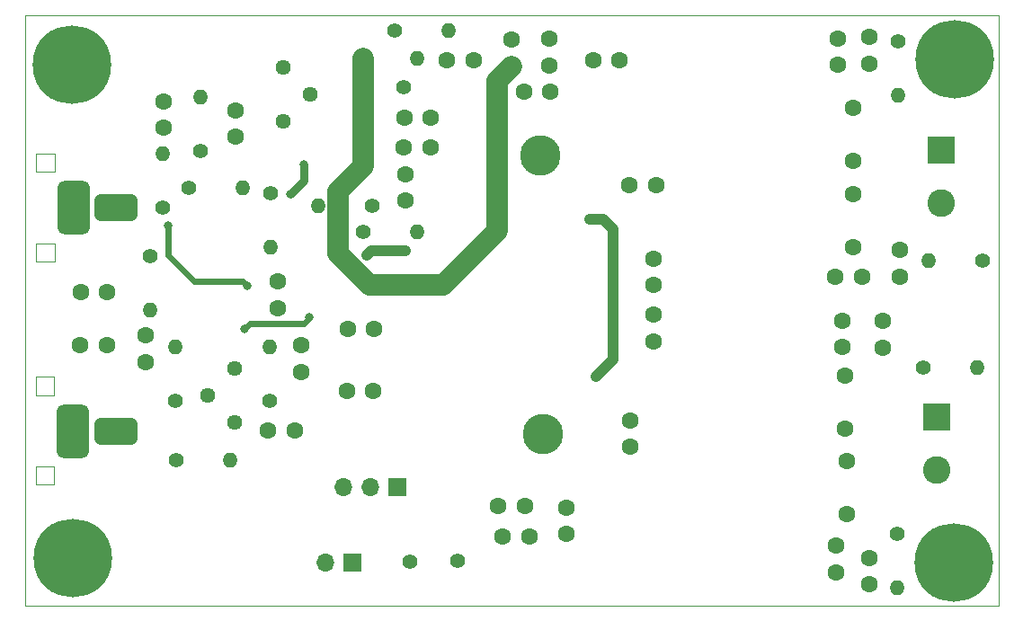
<source format=gbr>
%TF.GenerationSoftware,KiCad,Pcbnew,(6.0.1)*%
%TF.CreationDate,2023-02-22T17:25:16-05:00*%
%TF.ProjectId,TPA3118D2_prototipo_20230210,54504133-3131-4384-9432-5f70726f746f,rev?*%
%TF.SameCoordinates,Original*%
%TF.FileFunction,Copper,L2,Bot*%
%TF.FilePolarity,Positive*%
%FSLAX46Y46*%
G04 Gerber Fmt 4.6, Leading zero omitted, Abs format (unit mm)*
G04 Created by KiCad (PCBNEW (6.0.1)) date 2023-02-22 17:25:16*
%MOMM*%
%LPD*%
G01*
G04 APERTURE LIST*
G04 Aperture macros list*
%AMFreePoly0*
4,1,29,-1.250000,1.500000,-1.238336,1.607368,-1.188573,1.740112,-1.103553,1.853553,-0.990112,1.938573,-0.857368,1.988336,-0.750000,2.000000,0.750000,2.000000,0.857368,1.988336,0.990112,1.938573,1.103553,1.853553,1.188573,1.740112,1.238336,1.607368,1.250000,1.500000,1.250000,-1.500000,1.238336,-1.607368,1.188573,-1.740112,1.103553,-1.853553,0.990112,-1.938573,0.857368,-1.988336,
0.750000,-2.000000,-0.750000,-2.000000,-0.857368,-1.988336,-0.990112,-1.938573,-1.103553,-1.853553,-1.188573,-1.740112,-1.238336,-1.607368,-1.250000,-1.500000,-1.250000,1.500000,-1.250000,1.500000,$1*%
%AMFreePoly1*
4,1,29,-1.500000,1.900000,-1.479555,2.055291,-1.419615,2.200000,-1.324264,2.324264,-1.200000,2.419615,-1.055291,2.479555,-0.900000,2.500000,0.900000,2.500000,1.055291,2.479555,1.200000,2.419615,1.324264,2.324264,1.419615,2.200000,1.479555,2.055291,1.500000,1.900000,1.500000,-1.900000,1.479555,-2.055291,1.419615,-2.200000,1.324264,-2.324264,1.200000,-2.419615,1.055291,-2.479555,
0.900000,-2.500000,-0.900000,-2.500000,-1.055291,-2.479555,-1.200000,-2.419615,-1.324264,-2.324264,-1.419615,-2.200000,-1.479555,-2.055291,-1.500000,-1.900000,-1.500000,1.900000,-1.500000,1.900000,$1*%
G04 Aperture macros list end*
%TA.AperFunction,Profile*%
%ADD10C,0.100000*%
%TD*%
%TA.AperFunction,Profile*%
%ADD11C,0.120000*%
%TD*%
%TA.AperFunction,ComponentPad*%
%ADD12C,7.400000*%
%TD*%
%TA.AperFunction,ComponentPad*%
%ADD13FreePoly0,270.000000*%
%TD*%
%TA.AperFunction,ComponentPad*%
%ADD14FreePoly1,180.000000*%
%TD*%
%TA.AperFunction,ComponentPad*%
%ADD15C,3.800000*%
%TD*%
%TA.AperFunction,ComponentPad*%
%ADD16C,1.600000*%
%TD*%
%TA.AperFunction,ComponentPad*%
%ADD17C,1.400000*%
%TD*%
%TA.AperFunction,ComponentPad*%
%ADD18O,1.400000X1.400000*%
%TD*%
%TA.AperFunction,ComponentPad*%
%ADD19R,2.600000X2.600000*%
%TD*%
%TA.AperFunction,ComponentPad*%
%ADD20C,2.600000*%
%TD*%
%TA.AperFunction,ComponentPad*%
%ADD21C,1.440000*%
%TD*%
%TA.AperFunction,ComponentPad*%
%ADD22R,1.700000X1.700000*%
%TD*%
%TA.AperFunction,ComponentPad*%
%ADD23O,1.700000X1.700000*%
%TD*%
%TA.AperFunction,ViaPad*%
%ADD24C,0.800000*%
%TD*%
%TA.AperFunction,Conductor*%
%ADD25C,0.800000*%
%TD*%
%TA.AperFunction,Conductor*%
%ADD26C,2.000000*%
%TD*%
%TA.AperFunction,Conductor*%
%ADD27C,1.000000*%
%TD*%
%TA.AperFunction,Conductor*%
%ADD28C,0.250000*%
%TD*%
%TA.AperFunction,Conductor*%
%ADD29C,0.600000*%
%TD*%
G04 APERTURE END LIST*
D10*
X99950000Y-76550000D02*
X191650000Y-76550000D01*
X191650000Y-76550000D02*
X191650000Y-132150000D01*
X191650000Y-132150000D02*
X99950000Y-132150000D01*
X99950000Y-132150000D02*
X99950000Y-76550000D01*
D11*
%TO.C,J3*%
X102730000Y-98025000D02*
X101030000Y-98025000D01*
X101030000Y-98025000D02*
X101030000Y-99725000D01*
X101030000Y-99725000D02*
X102730000Y-99725000D01*
X102730000Y-99725000D02*
X102730000Y-98025000D01*
X102730000Y-89575000D02*
X101030000Y-89575000D01*
X101030000Y-89575000D02*
X101030000Y-91275000D01*
X101030000Y-91275000D02*
X102730000Y-91275000D01*
X102730000Y-91275000D02*
X102730000Y-89575000D01*
%TO.C,J6*%
X102700000Y-110600000D02*
X101000000Y-110600000D01*
X101000000Y-110600000D02*
X101000000Y-112300000D01*
X101000000Y-112300000D02*
X102700000Y-112300000D01*
X102700000Y-112300000D02*
X102700000Y-110600000D01*
X102700000Y-119050000D02*
X101000000Y-119050000D01*
X101000000Y-119050000D02*
X101000000Y-120750000D01*
X101000000Y-120750000D02*
X102700000Y-120750000D01*
X102700000Y-120750000D02*
X102700000Y-119050000D01*
%TD*%
D12*
%TO.P,H1,1,1*%
%TO.N,unconnected-(H1-Pad1)*%
X104400000Y-81150000D03*
%TD*%
D13*
%TO.P,J3,1,Pin_1*%
%TO.N,GND*%
X108530000Y-94675000D03*
D14*
%TO.P,J3,2,Pin_2*%
%TO.N,Net-(J3-Pad2)*%
X104530000Y-94675000D03*
%TD*%
D12*
%TO.P,H3,1,1*%
%TO.N,unconnected-(H3-Pad1)*%
X104450000Y-127650000D03*
%TD*%
D15*
%TO.P,HS1,1*%
%TO.N,GND*%
X148450000Y-89750000D03*
%TO.P,HS1,2*%
X148750000Y-115950000D03*
%TD*%
D13*
%TO.P,J6,1,Pin_1*%
%TO.N,GND*%
X108500000Y-115700000D03*
D14*
%TO.P,J6,2,Pin_2*%
%TO.N,Net-(C31-Pad1)*%
X104500000Y-115700000D03*
%TD*%
D12*
%TO.P,H4,1,1*%
%TO.N,unconnected-(H4-Pad1)*%
X187500000Y-80700000D03*
%TD*%
%TO.P,H2,1,1*%
%TO.N,unconnected-(H2-Pad1)*%
X187450000Y-128050000D03*
%TD*%
D16*
%TO.P,C36,1*%
%TO.N,GND*%
X147050000Y-122750000D03*
%TO.P,C36,2*%
%TO.N,VCC*%
X144550000Y-122750000D03*
%TD*%
%TO.P,C1,1*%
%TO.N,GND*%
X146950000Y-83750000D03*
%TO.P,C1,2*%
%TO.N,VCC*%
X149450000Y-83750000D03*
%TD*%
D17*
%TO.P,R8,1*%
%TO.N,Net-(R8-Pad1)*%
X123100000Y-93310000D03*
D18*
%TO.P,R8,2*%
%TO.N,R1*%
X123100000Y-98390000D03*
%TD*%
D17*
%TO.P,J7,1,Pin_1*%
%TO.N,GND*%
X136200000Y-128000000D03*
%TD*%
D16*
%TO.P,C8,1*%
%TO.N,GND*%
X179500000Y-78600000D03*
%TO.P,C8,2*%
%TO.N,Net-(C8-Pad2)*%
X179500000Y-81100000D03*
%TD*%
%TO.P,C23,1*%
%TO.N,L1*%
X130350000Y-106050000D03*
%TO.P,C23,2*%
%TO.N,Net-(C23-Pad2)*%
X132850000Y-106050000D03*
%TD*%
D17*
%TO.P,R16,1*%
%TO.N,Net-(C32-Pad1)*%
X182100000Y-125410000D03*
D18*
%TO.P,R16,2*%
%TO.N,Net-(C30-Pad1)*%
X182100000Y-130490000D03*
%TD*%
D17*
%TO.P,R15,1*%
%TO.N,Net-(R15-Pad1)*%
X123000000Y-112890000D03*
D18*
%TO.P,R15,2*%
%TO.N,L1*%
X123000000Y-107810000D03*
%TD*%
D16*
%TO.P,C28,1*%
%TO.N,Net-(C28-Pad1)*%
X111300000Y-106700000D03*
%TO.P,C28,2*%
%TO.N,GND*%
X111300000Y-109200000D03*
%TD*%
%TO.P,C4,1*%
%TO.N,GND*%
X155950000Y-80750000D03*
%TO.P,C4,2*%
%TO.N,VCC*%
X153450000Y-80750000D03*
%TD*%
%TO.P,C9,1*%
%TO.N,Net-(C9-Pad1)*%
X182360000Y-98650000D03*
%TO.P,C9,2*%
%TO.N,GND*%
X182360000Y-101150000D03*
%TD*%
%TO.P,C29,1*%
%TO.N,Net-(C29-Pad1)*%
X156950000Y-114700000D03*
%TO.P,C29,2*%
%TO.N,Net-(C29-Pad2)*%
X156950000Y-117200000D03*
%TD*%
D17*
%TO.P,J2,1,Pin_1*%
%TO.N,Net-(J2-Pad1)*%
X135580000Y-83260000D03*
%TD*%
%TO.P,R14,1*%
%TO.N,Net-(C28-Pad1)*%
X114220000Y-118400000D03*
D18*
%TO.P,R14,2*%
%TO.N,GND*%
X119300000Y-118400000D03*
%TD*%
D16*
%TO.P,C15,1*%
%TO.N,GND*%
X135650000Y-88950000D03*
%TO.P,C15,2*%
%TO.N,Net-(C15-Pad2)*%
X138150000Y-88950000D03*
%TD*%
D17*
%TO.P,R5,1*%
%TO.N,Net-(C12-Pad1)*%
X115400000Y-92750000D03*
D18*
%TO.P,R5,2*%
%TO.N,Net-(C18-Pad2)*%
X120480000Y-92750000D03*
%TD*%
D19*
%TO.P,LS2,1,1*%
%TO.N,Net-(C24-Pad2)*%
X185855000Y-114350000D03*
D20*
%TO.P,LS2,2,2*%
%TO.N,Net-(C32-Pad1)*%
X185855000Y-119350000D03*
%TD*%
D17*
%TO.P,R4,1*%
%TO.N,+9V*%
X112950000Y-94640000D03*
D18*
%TO.P,R4,2*%
%TO.N,Net-(C12-Pad1)*%
X112950000Y-89560000D03*
%TD*%
D17*
%TO.P,R10,1*%
%TO.N,GND*%
X131810000Y-96950000D03*
D18*
%TO.P,R10,2*%
%TO.N,Net-(R10-Pad2)*%
X136890000Y-96950000D03*
%TD*%
D16*
%TO.P,C21,1*%
%TO.N,GND*%
X119800000Y-88000000D03*
%TO.P,C21,2*%
%TO.N,Net-(RV1-Pad2)*%
X119800000Y-85500000D03*
%TD*%
%TO.P,C5,1*%
%TO.N,VCC*%
X145750000Y-81350000D03*
%TO.P,C5,2*%
%TO.N,GND*%
X145750000Y-78850000D03*
%TD*%
%TO.P,C33,1*%
%TO.N,Net-(C32-Pad1)*%
X176350000Y-126500000D03*
%TO.P,C33,2*%
%TO.N,GND*%
X176350000Y-129000000D03*
%TD*%
%TO.P,C22,1*%
%TO.N,Net-(C22-Pad1)*%
X159150000Y-104750000D03*
%TO.P,C22,2*%
%TO.N,Net-(C22-Pad2)*%
X159150000Y-107250000D03*
%TD*%
%TO.P,C24,1*%
%TO.N,GND*%
X177150000Y-115450000D03*
%TO.P,C24,2*%
%TO.N,Net-(C24-Pad2)*%
X177150000Y-110450000D03*
%TD*%
%TO.P,C12,1*%
%TO.N,Net-(C12-Pad1)*%
X113050000Y-87150000D03*
%TO.P,C12,2*%
%TO.N,GND*%
X113050000Y-84650000D03*
%TD*%
D17*
%TO.P,R13,1*%
%TO.N,Net-(C28-Pad1)*%
X114100000Y-112840000D03*
D18*
%TO.P,R13,2*%
%TO.N,Net-(C31-Pad2)*%
X114100000Y-107760000D03*
%TD*%
D17*
%TO.P,R12,1*%
%TO.N,Net-(C27-Pad2)*%
X184550000Y-109750000D03*
D18*
%TO.P,R12,2*%
%TO.N,Net-(C24-Pad2)*%
X189630000Y-109750000D03*
%TD*%
D17*
%TO.P,R6,1*%
%TO.N,Net-(C13-Pad1)*%
X190150000Y-99680000D03*
D18*
%TO.P,R6,2*%
%TO.N,Net-(C9-Pad1)*%
X185070000Y-99680000D03*
%TD*%
D21*
%TO.P,RV1,1,1*%
%TO.N,Net-(R8-Pad1)*%
X124300000Y-86500000D03*
%TO.P,RV1,2,2*%
%TO.N,Net-(RV1-Pad2)*%
X126840000Y-83960000D03*
%TO.P,RV1,3,3*%
X124300000Y-81420000D03*
%TD*%
D16*
%TO.P,C13,1*%
%TO.N,Net-(C13-Pad1)*%
X177950000Y-98350000D03*
%TO.P,C13,2*%
%TO.N,GND*%
X177950000Y-93350000D03*
%TD*%
%TO.P,C34,1*%
%TO.N,unconnected-(C34-Pad1)*%
X125350000Y-115650000D03*
%TO.P,C34,2*%
%TO.N,Net-(C34-Pad2)*%
X122850000Y-115650000D03*
%TD*%
D17*
%TO.P,R3,1*%
%TO.N,VCC*%
X131810000Y-80550000D03*
D18*
%TO.P,R3,2*%
%TO.N,Net-(J2-Pad1)*%
X136890000Y-80550000D03*
%TD*%
D16*
%TO.P,C20,1*%
%TO.N,GND*%
X135750000Y-94000000D03*
%TO.P,C20,2*%
%TO.N,Net-(C20-Pad2)*%
X135750000Y-91500000D03*
%TD*%
D17*
%TO.P,R2,1*%
%TO.N,Net-(C8-Pad2)*%
X182150000Y-79010000D03*
D18*
%TO.P,R2,2*%
%TO.N,Net-(C6-Pad2)*%
X182150000Y-84090000D03*
%TD*%
D17*
%TO.P,R7,1*%
%TO.N,Net-(C12-Pad1)*%
X116500000Y-89340000D03*
D18*
%TO.P,R7,2*%
%TO.N,GND*%
X116500000Y-84260000D03*
%TD*%
D22*
%TO.P,J5,1,Pin_1*%
%TO.N,Net-(J5-Pad1)*%
X130800000Y-128100000D03*
D23*
%TO.P,J5,2,Pin_2*%
%TO.N,Net-(J5-Pad2)*%
X128260000Y-128100000D03*
%TD*%
D17*
%TO.P,R1,1*%
%TO.N,VCC*%
X134810000Y-77950000D03*
D18*
%TO.P,R1,2*%
%TO.N,Net-(C2-Pad1)*%
X139890000Y-77950000D03*
%TD*%
D16*
%TO.P,C18,1*%
%TO.N,Net-(J3-Pad2)*%
X105200000Y-102600000D03*
%TO.P,C18,2*%
%TO.N,Net-(C18-Pad2)*%
X107700000Y-102600000D03*
%TD*%
%TO.P,C26,1*%
%TO.N,GND*%
X130250000Y-111950000D03*
%TO.P,C26,2*%
%TO.N,Net-(C26-Pad2)*%
X132750000Y-111950000D03*
%TD*%
%TO.P,C17,1*%
%TO.N,+9V*%
X123800000Y-104100000D03*
%TO.P,C17,2*%
%TO.N,GND*%
X123800000Y-101600000D03*
%TD*%
%TO.P,C31,1*%
%TO.N,Net-(C31-Pad1)*%
X105150000Y-107600000D03*
%TO.P,C31,2*%
%TO.N,Net-(C31-Pad2)*%
X107650000Y-107600000D03*
%TD*%
%TO.P,C37,1*%
%TO.N,VCC*%
X144950000Y-125600000D03*
%TO.P,C37,2*%
%TO.N,GND*%
X147450000Y-125600000D03*
%TD*%
%TO.P,C19,1*%
%TO.N,Net-(C19-Pad1)*%
X159150000Y-101950000D03*
%TO.P,C19,2*%
%TO.N,Net-(C19-Pad2)*%
X159150000Y-99450000D03*
%TD*%
%TO.P,C14,1*%
%TO.N,Net-(C13-Pad1)*%
X178800000Y-101150000D03*
%TO.P,C14,2*%
%TO.N,GND*%
X176300000Y-101150000D03*
%TD*%
D19*
%TO.P,LS1,1,1*%
%TO.N,Net-(C6-Pad2)*%
X186255000Y-89250000D03*
D20*
%TO.P,LS1,2,2*%
%TO.N,Net-(C13-Pad1)*%
X186255000Y-94250000D03*
%TD*%
D17*
%TO.P,R11,1*%
%TO.N,+9V*%
X111750000Y-99210000D03*
D18*
%TO.P,R11,2*%
%TO.N,Net-(C28-Pad1)*%
X111750000Y-104290000D03*
%TD*%
D16*
%TO.P,C25,1*%
%TO.N,GND*%
X176950000Y-105300000D03*
%TO.P,C25,2*%
%TO.N,Net-(C24-Pad2)*%
X176950000Y-107800000D03*
%TD*%
%TO.P,C2,1*%
%TO.N,Net-(C2-Pad1)*%
X139700000Y-80750000D03*
%TO.P,C2,2*%
%TO.N,GND*%
X142200000Y-80750000D03*
%TD*%
%TO.P,C11,1*%
%TO.N,R1*%
X135700000Y-86150000D03*
%TO.P,C11,2*%
%TO.N,Net-(C11-Pad2)*%
X138200000Y-86150000D03*
%TD*%
D17*
%TO.P,J1,1,Pin_1*%
%TO.N,VCC*%
X140700000Y-127900000D03*
%TD*%
D16*
%TO.P,C30,1*%
%TO.N,Net-(C30-Pad1)*%
X179450000Y-127650000D03*
%TO.P,C30,2*%
%TO.N,GND*%
X179450000Y-130150000D03*
%TD*%
%TO.P,C10,1*%
%TO.N,Net-(C10-Pad1)*%
X156900000Y-92550000D03*
%TO.P,C10,2*%
%TO.N,Net-(C10-Pad2)*%
X159400000Y-92550000D03*
%TD*%
D21*
%TO.P,RV2,1,1*%
%TO.N,Net-(R15-Pad1)*%
X119725000Y-109825000D03*
%TO.P,RV2,2,2*%
%TO.N,Net-(C34-Pad2)*%
X117185000Y-112365000D03*
%TO.P,RV2,3,3*%
X119725000Y-114905000D03*
%TD*%
D22*
%TO.P,J4,1,Pin_1*%
%TO.N,Net-(J4-Pad1)*%
X135025000Y-121000000D03*
D23*
%TO.P,J4,2,Pin_2*%
%TO.N,Net-(J4-Pad2)*%
X132485000Y-121000000D03*
%TO.P,J4,3,Pin_3*%
%TO.N,Net-(J4-Pad3)*%
X129945000Y-121000000D03*
%TD*%
D16*
%TO.P,C35,1*%
%TO.N,GND*%
X150950000Y-122900000D03*
%TO.P,C35,2*%
%TO.N,VCC*%
X150950000Y-125400000D03*
%TD*%
%TO.P,C7,1*%
%TO.N,GND*%
X176550000Y-78700000D03*
%TO.P,C7,2*%
%TO.N,Net-(C6-Pad2)*%
X176550000Y-81200000D03*
%TD*%
%TO.P,C6,1*%
%TO.N,GND*%
X177925000Y-90250000D03*
%TO.P,C6,2*%
%TO.N,Net-(C6-Pad2)*%
X177925000Y-85250000D03*
%TD*%
%TO.P,C27,1*%
%TO.N,GND*%
X180750000Y-105350000D03*
%TO.P,C27,2*%
%TO.N,Net-(C27-Pad2)*%
X180750000Y-107850000D03*
%TD*%
D17*
%TO.P,R9,1*%
%TO.N,Net-(R10-Pad2)*%
X132650000Y-94500000D03*
D18*
%TO.P,R9,2*%
%TO.N,Net-(C20-Pad2)*%
X127570000Y-94500000D03*
%TD*%
D16*
%TO.P,C3,1*%
%TO.N,GND*%
X149350000Y-78750000D03*
%TO.P,C3,2*%
%TO.N,VCC*%
X149350000Y-81250000D03*
%TD*%
%TO.P,C32,1*%
%TO.N,Net-(C32-Pad1)*%
X177350000Y-123550000D03*
%TO.P,C32,2*%
%TO.N,GND*%
X177350000Y-118550000D03*
%TD*%
%TO.P,C16,1*%
%TO.N,GND*%
X125950000Y-110100000D03*
%TO.P,C16,2*%
%TO.N,+9V*%
X125950000Y-107600000D03*
%TD*%
D24*
%TO.N,R1*%
X124986106Y-93336106D03*
X126249500Y-90547536D03*
%TO.N,VCC*%
X153150000Y-95750000D03*
X153750000Y-110550000D03*
%TO.N,+9V*%
X120850000Y-102000000D03*
X113400000Y-96300000D03*
%TO.N,L1*%
X120600000Y-106050000D03*
X126750000Y-105000000D03*
%TO.N,Net-(R10-Pad2)*%
X132150000Y-99150000D03*
X135750000Y-98750000D03*
%TD*%
D25*
%TO.N,R1*%
X126249500Y-92072713D02*
X126249500Y-90547536D01*
X124986106Y-93336106D02*
X126249500Y-92072713D01*
D26*
%TO.N,VCC*%
X129469511Y-98969511D02*
X129469511Y-93084174D01*
X144400000Y-82700000D02*
X144400000Y-96850000D01*
X129469511Y-93084174D02*
X131810000Y-90743685D01*
D27*
X155350000Y-96650000D02*
X154450000Y-95750000D01*
D26*
X132400489Y-101900489D02*
X129469511Y-98969511D01*
X144400000Y-96850000D02*
X139349511Y-101900489D01*
X139349511Y-101900489D02*
X132400489Y-101900489D01*
X131810000Y-90743685D02*
X131810000Y-80550000D01*
X145750000Y-81350000D02*
X144400000Y-82700000D01*
D28*
X153670000Y-95750000D02*
X153150000Y-95750000D01*
D27*
X154450000Y-95750000D02*
X153150000Y-95750000D01*
X155350000Y-108950000D02*
X155350000Y-96650000D01*
X153750000Y-110550000D02*
X155350000Y-108950000D01*
D29*
%TO.N,+9V*%
X113400000Y-99100000D02*
X113400000Y-96300000D01*
X114600000Y-100300000D02*
X113400000Y-99100000D01*
X120450000Y-101600000D02*
X116750000Y-101600000D01*
X115900000Y-101600000D02*
X114600000Y-100300000D01*
X120850000Y-102000000D02*
X120450000Y-101600000D01*
X116750000Y-101600000D02*
X115900000Y-101600000D01*
%TO.N,L1*%
X120600000Y-106050000D02*
X121099511Y-105550489D01*
X126249511Y-105550489D02*
X126500000Y-105300000D01*
X126500000Y-105300000D02*
X126750000Y-105050000D01*
X121099511Y-105550489D02*
X126249511Y-105550489D01*
X126750000Y-105050000D02*
X126750000Y-105000000D01*
D27*
%TO.N,Net-(R10-Pad2)*%
X132550000Y-98750000D02*
X132150000Y-99150000D01*
X135750000Y-98750000D02*
X132550000Y-98750000D01*
%TD*%
M02*

</source>
